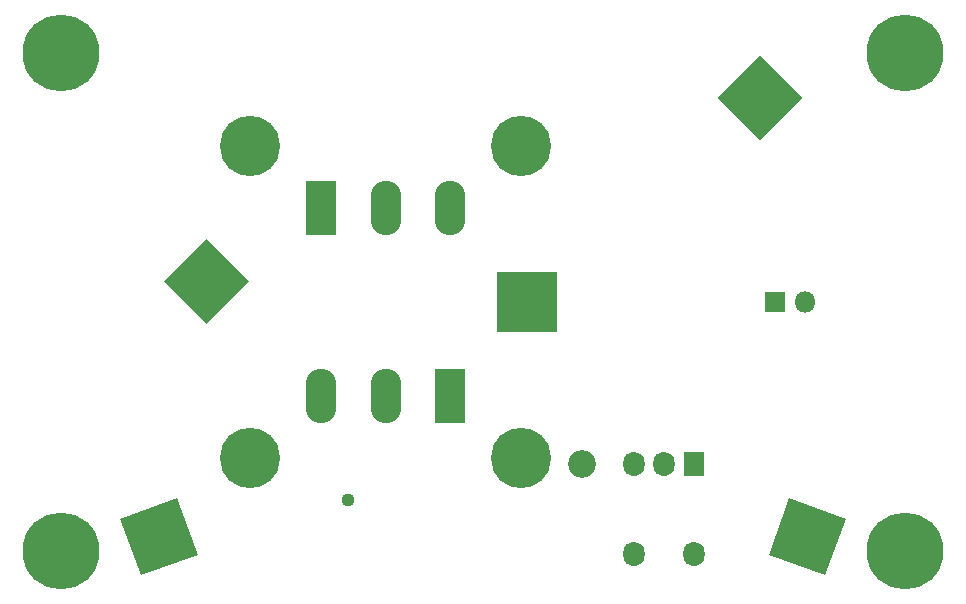
<source format=gbr>
G04 #@! TF.GenerationSoftware,KiCad,Pcbnew,(5.1.5-1-g2528d3844)*
G04 #@! TF.CreationDate,2020-01-10T11:41:54-05:00*
G04 #@! TF.ProjectId,diode-or,64696f64-652d-46f7-922e-6b696361645f,v1.0.0*
G04 #@! TF.SameCoordinates,Original*
G04 #@! TF.FileFunction,Soldermask,Top*
G04 #@! TF.FilePolarity,Negative*
%FSLAX46Y46*%
G04 Gerber Fmt 4.6, Leading zero omitted, Abs format (unit mm)*
G04 Created by KiCad (PCBNEW (5.1.5-1-g2528d3844)) date 2020-01-10 11:41:54*
%MOMM*%
%LPD*%
G04 APERTURE LIST*
%ADD10C,2.351600*%
%ADD11O,1.801600X2.101600*%
%ADD12R,1.801600X2.101600*%
%ADD13C,0.863600*%
%ADD14C,0.100000*%
%ADD15R,5.101600X5.101600*%
%ADD16C,5.101600*%
%ADD17C,0.901600*%
%ADD18C,6.501600*%
%ADD19O,2.601600X4.601600*%
%ADD20R,2.601600X4.601600*%
%ADD21O,1.801600X1.801600*%
%ADD22R,1.801600X1.801600*%
%ADD23C,1.117600*%
G04 APERTURE END LIST*
D10*
X168600000Y-108000000D03*
D11*
X178100000Y-115620000D03*
X173020000Y-115620000D03*
X173020000Y-108000000D03*
X175560000Y-108000000D03*
D12*
X178100000Y-108000000D03*
D13*
X186326963Y-115812877D03*
X187580513Y-116269132D03*
X188833123Y-116725044D03*
X189289036Y-115472434D03*
X189745291Y-114218884D03*
X190201204Y-112966274D03*
X188948594Y-112510361D03*
X187695044Y-112054106D03*
X186442433Y-111598193D03*
X185986521Y-112850804D03*
X185530266Y-114104354D03*
X185074353Y-115356964D03*
D14*
G36*
X189162321Y-117431012D02*
G01*
X184368385Y-115686162D01*
X186113235Y-110892226D01*
X190907171Y-112637076D01*
X189162321Y-117431012D01*
G37*
D13*
X182679252Y-75110972D03*
X181735972Y-76054252D03*
X180793398Y-76996825D03*
X181735972Y-77939399D03*
X182679252Y-78882679D03*
X183621825Y-79825253D03*
X184564399Y-78882679D03*
X185507679Y-77939399D03*
X186450253Y-76996825D03*
X185507679Y-76054252D03*
X184564399Y-75110972D03*
X183621825Y-74168398D03*
D14*
G36*
X180014449Y-76996825D02*
G01*
X183621825Y-73389449D01*
X187229201Y-76996825D01*
X183621825Y-80604201D01*
X180014449Y-76996825D01*
G37*
D13*
X161902216Y-93633000D03*
X161902216Y-94967000D03*
X161902216Y-96300000D03*
X163235216Y-96300000D03*
X164569216Y-96300000D03*
X165902216Y-96300000D03*
X165902216Y-94967000D03*
X165902216Y-93633000D03*
X165902216Y-92300000D03*
X164569216Y-92300000D03*
X163235216Y-92300000D03*
X161902216Y-92300000D03*
D15*
X163902216Y-94300000D03*
D13*
X132819487Y-116269132D03*
X134073037Y-115812877D03*
X135325647Y-115356964D03*
X134869734Y-114104354D03*
X134413479Y-112850804D03*
X133957567Y-111598193D03*
X132704956Y-112054106D03*
X131451406Y-112510361D03*
X130198796Y-112966274D03*
X130654709Y-114218884D03*
X131110964Y-115472434D03*
X131566877Y-116725044D03*
D14*
G36*
X136031615Y-115686162D02*
G01*
X131237679Y-117431012D01*
X129492829Y-112637076D01*
X134286765Y-110892226D01*
X136031615Y-115686162D01*
G37*
D13*
X137720748Y-94439028D03*
X138664028Y-93495748D03*
X139606602Y-92553175D03*
X138664028Y-91610601D03*
X137720748Y-90667321D03*
X136778175Y-89724747D03*
X135835601Y-90667321D03*
X134892321Y-91610601D03*
X133949747Y-92553175D03*
X134892321Y-93495748D03*
X135835601Y-94439028D03*
X136778175Y-95381602D03*
D14*
G36*
X140385551Y-92553175D02*
G01*
X136778175Y-96160551D01*
X133170799Y-92553175D01*
X136778175Y-88945799D01*
X140385551Y-92553175D01*
G37*
D16*
X140501109Y-107500000D03*
X163401109Y-107500000D03*
X163401109Y-81100000D03*
X140501109Y-81100000D03*
D17*
X197597056Y-113702944D03*
X195900000Y-113000000D03*
X194202944Y-113702944D03*
X193500000Y-115400000D03*
X194202944Y-117097056D03*
X195900000Y-117800000D03*
X197597056Y-117097056D03*
X198300000Y-115400000D03*
D18*
X195900000Y-115400000D03*
D17*
X126197056Y-113702944D03*
X124500000Y-113000000D03*
X122802944Y-113702944D03*
X122100000Y-115400000D03*
X122802944Y-117097056D03*
X124500000Y-117800000D03*
X126197056Y-117097056D03*
X126900000Y-115400000D03*
D18*
X124500000Y-115400000D03*
D17*
X197597056Y-71502944D03*
X195900000Y-70800000D03*
X194202944Y-71502944D03*
X193500000Y-73200000D03*
X194202944Y-74897056D03*
X195900000Y-75600000D03*
X197597056Y-74897056D03*
X198300000Y-73200000D03*
D18*
X195900000Y-73200000D03*
D17*
X126197056Y-71502944D03*
X124500000Y-70800000D03*
X122802944Y-71502944D03*
X122100000Y-73200000D03*
X122802944Y-74897056D03*
X124500000Y-75600000D03*
X126197056Y-74897056D03*
X126900000Y-73200000D03*
D18*
X124500000Y-73200000D03*
D19*
X146501109Y-102300000D03*
X151951109Y-102300000D03*
D20*
X157401109Y-102300000D03*
D19*
X157401109Y-86300000D03*
X151951109Y-86300000D03*
D20*
X146501109Y-86300000D03*
D21*
X187440000Y-94300000D03*
D22*
X184900000Y-94300000D03*
D23*
X148800000Y-111100000D03*
M02*

</source>
